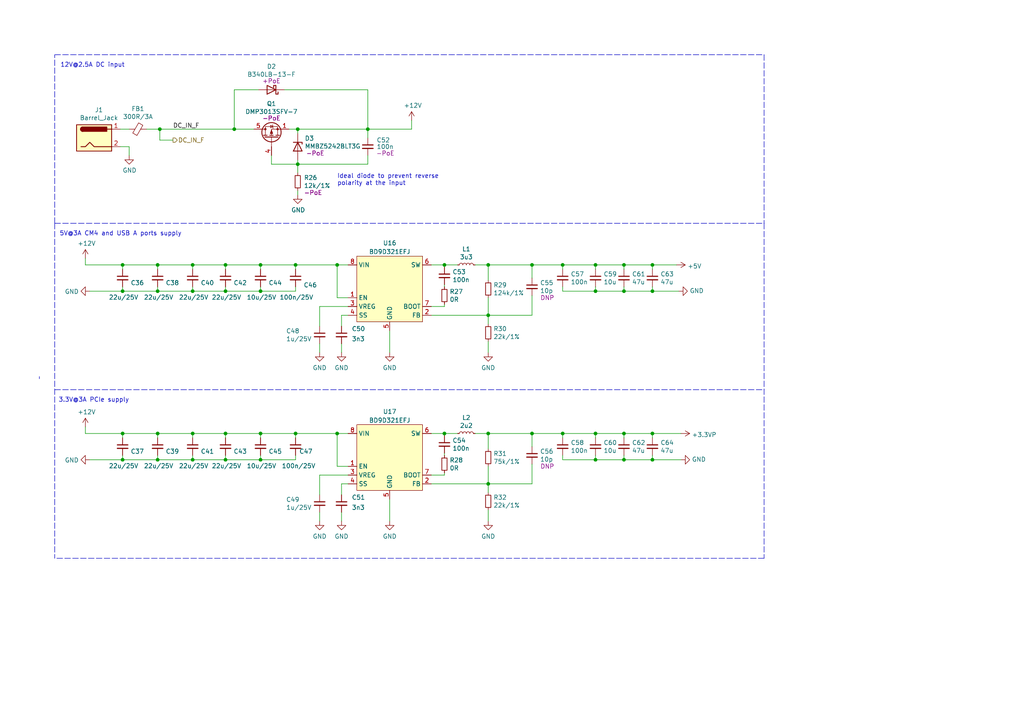
<source format=kicad_sch>
(kicad_sch (version 20210406) (generator eeschema)
  (paper "A4")
  (title_block (title "Power") (date "2021-01-12") (rev "0.1") (company "Nabu Casa") (comment 1 "www.nabucasa.com") (comment 2 "Light Blue"))
  (lib_symbols
    (symbol "Connector:Barrel_Jack" (pin_names (offset 1.016))
      (property "Reference" "J" (at 0 5.334 0))
      (property "Value" "Barrel_Jack" (at 0 -5.08 0))
      (symbol "Barrel_Jack_0_1"
        (arc (start -3.302 3.175) (end -3.302 1.905) (radius (at -3.302 2.54) (length 0.635) (angles 90.1 -90.1)) (stroke (width 0.254)))
        (arc (start -3.302 3.175) (end -3.302 1.905) (radius (at -3.302 2.54) (length 0.635) (angles 90.1 -90.1)) (stroke (width 0.254)) (fill (type outline)))
        (rectangle (start 3.683 3.175) (end -3.302 1.905) (stroke (width 0.254)) (fill (type outline)))
        (rectangle (start -5.08 3.81) (end 5.08 -3.81) (stroke (width 0.254)) (fill (type background)))
        (polyline (pts (xy 5.08 2.54) (xy 3.81 2.54)) (stroke (width 0.254)))
        (polyline (pts (xy -3.81 -2.54) (xy -2.54 -2.54) (xy -1.27 -1.27) (xy 0 -2.54) (xy 2.54 -2.54) (xy 5.08 -2.54)) (stroke (width 0.254)))
      )
      (symbol "Barrel_Jack_1_1"
        (pin passive line (at 7.62 2.54 180) (length 2.54) (name "~") (number "1"))
        (pin passive line (at 7.62 -2.54 180) (length 2.54) (name "~") (number "2"))
      )
    )
    (symbol "Device:C_Small" (pin_numbers hide) (pin_names (offset 0.254) hide)
      (property "Reference" "C" (at 0.254 1.778 0))
      (property "Value" "C_Small" (at 0.254 -2.032 0))
      (symbol "C_Small_0_1"
        (polyline (pts (xy -1.524 -0.508) (xy 1.524 -0.508)) (stroke (width 0.3302)))
        (polyline (pts (xy -1.524 0.508) (xy 1.524 0.508)) (stroke (width 0.3048)))
      )
      (symbol "C_Small_1_1"
        (pin passive line (at 0 2.54 270) (length 2.032) (name "~") (number "1"))
        (pin passive line (at 0 -2.54 90) (length 2.032) (name "~") (number "2"))
      )
    )
    (symbol "Device:D_Schottky" (pin_numbers hide) (pin_names (offset 1.016) hide)
      (property "Reference" "D" (at 0 2.54 0))
      (property "Value" "D_Schottky" (at 0 -2.54 0))
      (symbol "D_Schottky_0_1"
        (polyline (pts (xy 1.27 0) (xy -1.27 0)))
        (polyline (pts (xy 1.27 1.27) (xy 1.27 -1.27) (xy -1.27 0) (xy 1.27 1.27)) (stroke (width 0.254)))
        (polyline (pts (xy -1.905 0.635) (xy -1.905 1.27) (xy -1.27 1.27) (xy -1.27 -1.27) (xy -0.635 -1.27) (xy -0.635 -0.635)) (stroke (width 0.254)))
      )
      (symbol "D_Schottky_1_1"
        (pin passive line (at -3.81 0 0) (length 2.54) (name "K") (number "1"))
        (pin passive line (at 3.81 0 180) (length 2.54) (name "A") (number "2"))
      )
    )
    (symbol "Device:Ferrite_Bead_Small" (pin_numbers hide) (pin_names (offset 0))
      (property "Reference" "FB" (at 1.905 1.27 0))
      (property "Value" "Ferrite_Bead_Small" (at 1.905 -1.27 0))
      (symbol "Ferrite_Bead_Small_0_1"
        (polyline (pts (xy 0 -1.27) (xy 0 -0.7874)))
        (polyline (pts (xy 0 0.889) (xy 0 1.2954)))
        (polyline (pts (xy -1.8288 0.2794) (xy -1.1176 1.4986) (xy 1.8288 -0.2032) (xy 1.1176 -1.4224) (xy -1.8288 0.2794)))
      )
      (symbol "Ferrite_Bead_Small_1_1"
        (pin passive line (at 0 2.54 270) (length 1.27) (name "~") (number "1"))
        (pin passive line (at 0 -2.54 90) (length 1.27) (name "~") (number "2"))
      )
    )
    (symbol "Device:L_Small" (pin_numbers hide) (pin_names (offset 0.254) hide)
      (property "Reference" "L" (at 0.762 1.016 0))
      (property "Value" "L_Small" (at 0.762 -1.016 0))
      (symbol "L_Small_0_1"
        (arc (start 0 -2.032) (end 0 -1.016) (radius (at 0 -1.524) (length 0.508) (angles -89.9 89.9)))
        (arc (start 0 -1.016) (end 0 0) (radius (at 0 -0.508) (length 0.508) (angles -89.9 89.9)))
        (arc (start 0 0) (end 0 1.016) (radius (at 0 0.508) (length 0.508) (angles -89.9 89.9)))
        (arc (start 0 1.016) (end 0 2.032) (radius (at 0 1.524) (length 0.508) (angles -89.9 89.9)))
      )
      (symbol "L_Small_1_1"
        (pin passive line (at 0 2.54 270) (length 0.508) (name "~") (number "1"))
        (pin passive line (at 0 -2.54 90) (length 0.508) (name "~") (number "2"))
      )
    )
    (symbol "Device:R_Small" (pin_numbers hide) (pin_names (offset 0.254) hide)
      (property "Reference" "R" (at 0.762 0.508 0))
      (property "Value" "R_Small" (at 0.762 -1.016 0))
      (symbol "R_Small_0_1"
        (rectangle (start -0.762 1.778) (end 0.762 -1.778) (stroke (width 0.2032)))
      )
      (symbol "R_Small_1_1"
        (pin passive line (at 0 2.54 270) (length 0.762) (name "~") (number "1"))
        (pin passive line (at 0 -2.54 90) (length 0.762) (name "~") (number "2"))
      )
    )
    (symbol "Diode:BZX84Cxx" (pin_numbers hide) (pin_names hide)
      (property "Reference" "D" (at 0 2.54 0))
      (property "Value" "BZX84Cxx" (at 0 -2.54 0))
      (symbol "BZX84Cxx_0_1"
        (polyline (pts (xy 1.27 0) (xy -1.27 0)))
        (polyline (pts (xy -1.27 -1.27) (xy -1.27 1.27) (xy -0.762 1.27)) (stroke (width 0.254)))
        (polyline (pts (xy 1.27 -1.27) (xy 1.27 1.27) (xy -1.27 0) (xy 1.27 -1.27)) (stroke (width 0.254)))
      )
      (symbol "BZX84Cxx_1_1"
        (pin passive line (at -3.81 0 0) (length 2.54) (name "K") (number "1"))
        (pin passive line (at 3.81 0 180) (length 2.54) (name "A") (number "2"))
      )
    )
    (symbol "LightBlue:BD9D321EFJ"
      (property "Reference" "U" (at 0 13.335 0))
      (property "Value" "BD9D321EFJ" (at 0 10.795 0))
      (symbol "BD9D321EFJ_0_1"
        (rectangle (start -9.525 9.525) (end 9.525 -9.525) (stroke (width 0.1524)) (fill (type background)))
      )
      (symbol "BD9D321EFJ_1_1"
        (pin input line (at -12.065 -2.54 0) (length 2.54) (name "EN") (number "1"))
        (pin passive line (at 12.065 -7.62 180) (length 2.54) (name "FB") (number "2"))
        (pin power_out line (at -12.065 -5.08 0) (length 2.54) (name "VREG") (number "3"))
        (pin input line (at -12.065 -7.62 0) (length 2.54) (name "SS") (number "4"))
        (pin power_in line (at 0 -12.065 90) (length 2.54) (name "GND") (number "5"))
        (pin power_out line (at 12.065 6.985 180) (length 2.54) (name "SW") (number "6"))
        (pin input line (at 12.065 -5.08 180) (length 2.54) (name "BOOT") (number "7"))
        (pin power_in line (at -12.065 6.985 0) (length 2.54) (name "VIN") (number "8"))
        (pin passive line (at 0 -12.065 90) (length 2.54) hide (name "GND") (number "9"))
      )
    )
    (symbol "LightBlue:BD9D321EFJ_1"
      (property "Reference" "U" (at 0 13.335 0))
      (property "Value" "BD9D321EFJ" (at 0 10.795 0))
      (symbol "BD9D321EFJ_1_0_1"
        (rectangle (start -9.525 9.525) (end 9.525 -9.525) (stroke (width 0.1524)) (fill (type background)))
      )
      (symbol "BD9D321EFJ_1_1_1"
        (pin input line (at -12.065 -2.54 0) (length 2.54) (name "EN") (number "1"))
        (pin passive line (at 12.065 -7.62 180) (length 2.54) (name "FB") (number "2"))
        (pin power_out line (at -12.065 -5.08 0) (length 2.54) (name "VREG") (number "3"))
        (pin input line (at -12.065 -7.62 0) (length 2.54) (name "SS") (number "4"))
        (pin power_in line (at 0 -12.065 90) (length 2.54) (name "GND") (number "5"))
        (pin power_out line (at 12.065 6.985 180) (length 2.54) (name "SW") (number "6"))
        (pin input line (at 12.065 -5.08 180) (length 2.54) (name "BOOT") (number "7"))
        (pin power_in line (at -12.065 6.985 0) (length 2.54) (name "VIN") (number "8"))
        (pin passive line (at 0 -12.065 90) (length 2.54) hide (name "GND") (number "9"))
      )
    )
    (symbol "Transistor_FET:DMP3013SFV" (pin_names hide)
      (property "Reference" "Q" (at 5.08 1.905 0))
      (property "Value" "DMP3013SFV" (at 5.08 0 0))
      (symbol "DMP3013SFV_0_1"
        (circle (center 1.651 0) (radius 2.794) (stroke (width 0.254)))
        (circle (center 2.54 -1.778) (radius 0.254) (fill (type outline)))
        (circle (center 2.54 1.778) (radius 0.254) (fill (type outline)))
        (polyline (pts (xy 0.254 0) (xy -2.54 0)))
        (polyline (pts (xy 0.254 1.905) (xy 0.254 -1.905)) (stroke (width 0.254)))
        (polyline (pts (xy 0.762 -1.27) (xy 0.762 -2.286)) (stroke (width 0.254)))
        (polyline (pts (xy 0.762 0.508) (xy 0.762 -0.508)) (stroke (width 0.254)))
        (polyline (pts (xy 0.762 2.286) (xy 0.762 1.27)) (stroke (width 0.254)))
        (polyline (pts (xy 2.54 2.54) (xy 2.54 1.778)))
        (polyline (pts (xy 2.54 -2.54) (xy 2.54 0) (xy 0.762 0)))
        (polyline (pts (xy 0.762 1.778) (xy 3.302 1.778) (xy 3.302 -1.778) (xy 0.762 -1.778)))
        (polyline (pts (xy 2.794 -0.508) (xy 2.921 -0.381) (xy 3.683 -0.381) (xy 3.81 -0.254)))
        (polyline (pts (xy 3.302 -0.381) (xy 2.921 0.254) (xy 3.683 0.254) (xy 3.302 -0.381)))
        (polyline (pts (xy 2.286 0) (xy 1.27 0.381) (xy 1.27 -0.381) (xy 2.286 0)) (fill (type outline)))
      )
      (symbol "DMP3013SFV_1_1"
        (pin passive line (at 2.54 -5.08 90) (length 2.54) (name "S") (number "1"))
        (pin passive line (at 2.54 -5.08 90) (length 2.54) hide (name "S") (number "2"))
        (pin passive line (at 2.54 -5.08 90) (length 2.54) hide (name "S") (number "3"))
        (pin passive line (at -5.08 0 0) (length 2.54) (name "G") (number "4"))
        (pin passive line (at 2.54 5.08 270) (length 2.54) (name "D") (number "5"))
      )
    )
    (symbol "power:+12V" (power) (pin_names (offset 0))
      (property "Value" "+12V" (at 0 3.556 0))
      (symbol "+12V_0_1"
        (polyline (pts (xy -0.762 1.27) (xy 0 2.54)))
        (polyline (pts (xy 0 0) (xy 0 2.54)))
        (polyline (pts (xy 0 2.54) (xy 0.762 1.27)))
      )
      (symbol "+12V_1_1"
        (pin power_in line (at 0 0 90) (length 0) hide (name "+12V") (number "1"))
      )
    )
    (symbol "power:+3.3VP" (power) (pin_names (offset 0))
      (property "Value" "+3.3VP" (at 0 2.54 0))
      (symbol "+3.3VP_0_0"
        (pin power_in line (at 0 0 90) (length 0) hide (name "+3.3VP") (number "1"))
      )
      (symbol "+3.3VP_0_1"
        (polyline (pts (xy -0.762 1.27) (xy 0 2.54)))
        (polyline (pts (xy 0 0) (xy 0 2.54)))
        (polyline (pts (xy 0 2.54) (xy 0.762 1.27)))
      )
    )
    (symbol "power:+5V" (power) (pin_names (offset 0))
      (property "Value" "+5V" (at 0 3.556 0))
      (symbol "+5V_0_1"
        (polyline (pts (xy -0.762 1.27) (xy 0 2.54)))
        (polyline (pts (xy 0 0) (xy 0 2.54)))
        (polyline (pts (xy 0 2.54) (xy 0.762 1.27)))
      )
      (symbol "+5V_1_1"
        (pin power_in line (at 0 0 90) (length 0) hide (name "+5V") (number "1"))
      )
    )
    (symbol "power:GND" (power) (pin_names (offset 0))
      (property "Value" "GND" (at 0 -3.81 0))
      (symbol "GND_0_1"
        (polyline (pts (xy 0 0) (xy 0 -1.27) (xy 1.27 -1.27) (xy 0 -2.54) (xy -1.27 -1.27) (xy 0 -1.27)))
      )
      (symbol "GND_1_1"
        (pin power_in line (at 0 0 270) (length 0) hide (name "GND") (number "1"))
      )
    )
  )
  (junction (at 35.56 76.835) (diameter 0.9144))
  (junction (at 35.56 84.455) (diameter 0.9144))
  (junction (at 35.56 125.73) (diameter 0.9144))
  (junction (at 35.56 133.35) (diameter 0.9144))
  (junction (at 45.72 76.835) (diameter 0.9144))
  (junction (at 45.72 84.455) (diameter 0.9144))
  (junction (at 45.72 125.73) (diameter 0.9144))
  (junction (at 45.72 133.35) (diameter 0.9144))
  (junction (at 46.355 37.465) (diameter 0.9144))
  (junction (at 55.88 76.835) (diameter 0.9144))
  (junction (at 55.88 84.455) (diameter 0.9144))
  (junction (at 55.88 125.73) (diameter 0.9144))
  (junction (at 55.88 133.35) (diameter 0.9144))
  (junction (at 65.405 76.835) (diameter 0.9144))
  (junction (at 65.405 84.455) (diameter 0.9144))
  (junction (at 65.405 125.73) (diameter 0.9144))
  (junction (at 65.405 133.35) (diameter 0.9144))
  (junction (at 67.945 37.465) (diameter 0.9144))
  (junction (at 75.565 76.835) (diameter 0.9144))
  (junction (at 75.565 84.455) (diameter 0.9144))
  (junction (at 75.565 125.73) (diameter 0.9144))
  (junction (at 75.565 133.35) (diameter 0.9144))
  (junction (at 85.725 76.835) (diameter 0.9144))
  (junction (at 85.725 125.73) (diameter 0.9144))
  (junction (at 86.36 37.465) (diameter 0.9144))
  (junction (at 86.36 47.625) (diameter 0.9144))
  (junction (at 97.79 76.835) (diameter 0.9144))
  (junction (at 97.79 125.73) (diameter 0.9144))
  (junction (at 106.68 37.465) (diameter 0.9144))
  (junction (at 128.905 76.835) (diameter 0.9144))
  (junction (at 128.905 125.73) (diameter 0.9144))
  (junction (at 141.605 76.835) (diameter 0.9144))
  (junction (at 141.605 91.44) (diameter 0.9144))
  (junction (at 141.605 125.73) (diameter 0.9144))
  (junction (at 141.605 140.335) (diameter 0.9144))
  (junction (at 154.305 76.835) (diameter 0.9144))
  (junction (at 154.305 125.73) (diameter 0.9144))
  (junction (at 163.195 76.835) (diameter 0.9144))
  (junction (at 163.195 125.73) (diameter 0.9144))
  (junction (at 172.72 76.835) (diameter 0.9144))
  (junction (at 172.72 84.455) (diameter 0.9144))
  (junction (at 172.72 125.73) (diameter 0.9144))
  (junction (at 172.72 133.35) (diameter 0.9144))
  (junction (at 180.975 76.835) (diameter 0.9144))
  (junction (at 180.975 84.455) (diameter 0.9144))
  (junction (at 180.975 125.73) (diameter 0.9144))
  (junction (at 180.975 133.35) (diameter 0.9144))
  (junction (at 189.23 76.835) (diameter 0.9144))
  (junction (at 189.23 84.455) (diameter 0.9144))
  (junction (at 189.23 125.73) (diameter 0.9144))
  (junction (at 189.23 133.35) (diameter 0.9144))
  (wire (pts (xy 24.765 74.93) (xy 24.765 76.835)))
  (wire (pts (xy 24.765 76.835) (xy 35.56 76.835)))
  (wire (pts (xy 24.765 123.825) (xy 24.765 125.73)))
  (wire (pts (xy 24.765 125.73) (xy 35.56 125.73)))
  (wire (pts (xy 26.035 84.455) (xy 35.56 84.455)))
  (wire (pts (xy 26.035 133.35) (xy 35.56 133.35)))
  (wire (pts (xy 34.925 37.465) (xy 37.465 37.465)))
  (wire (pts (xy 34.925 42.545) (xy 37.465 42.545)))
  (wire (pts (xy 35.56 76.835) (xy 35.56 78.105)))
  (wire (pts (xy 35.56 76.835) (xy 45.72 76.835)))
  (wire (pts (xy 35.56 83.185) (xy 35.56 84.455)))
  (wire (pts (xy 35.56 84.455) (xy 45.72 84.455)))
  (wire (pts (xy 35.56 125.73) (xy 35.56 127)))
  (wire (pts (xy 35.56 125.73) (xy 45.72 125.73)))
  (wire (pts (xy 35.56 132.08) (xy 35.56 133.35)))
  (wire (pts (xy 35.56 133.35) (xy 45.72 133.35)))
  (wire (pts (xy 37.465 42.545) (xy 37.465 45.085)))
  (wire (pts (xy 42.545 37.465) (xy 46.355 37.465)))
  (wire (pts (xy 45.72 76.835) (xy 45.72 78.105)))
  (wire (pts (xy 45.72 76.835) (xy 55.88 76.835)))
  (wire (pts (xy 45.72 83.185) (xy 45.72 84.455)))
  (wire (pts (xy 45.72 84.455) (xy 55.88 84.455)))
  (wire (pts (xy 45.72 125.73) (xy 45.72 127)))
  (wire (pts (xy 45.72 125.73) (xy 55.88 125.73)))
  (wire (pts (xy 45.72 132.08) (xy 45.72 133.35)))
  (wire (pts (xy 45.72 133.35) (xy 55.88 133.35)))
  (wire (pts (xy 46.355 37.465) (xy 67.945 37.465)))
  (wire (pts (xy 46.355 40.64) (xy 46.355 37.465)))
  (wire (pts (xy 50.165 40.64) (xy 46.355 40.64)))
  (wire (pts (xy 55.88 76.835) (xy 55.88 78.105)))
  (wire (pts (xy 55.88 76.835) (xy 65.405 76.835)))
  (wire (pts (xy 55.88 83.185) (xy 55.88 84.455)))
  (wire (pts (xy 55.88 84.455) (xy 65.405 84.455)))
  (wire (pts (xy 55.88 125.73) (xy 55.88 127)))
  (wire (pts (xy 55.88 125.73) (xy 65.405 125.73)))
  (wire (pts (xy 55.88 132.08) (xy 55.88 133.35)))
  (wire (pts (xy 55.88 133.35) (xy 65.405 133.35)))
  (wire (pts (xy 65.405 76.835) (xy 65.405 78.105)))
  (wire (pts (xy 65.405 76.835) (xy 75.565 76.835)))
  (wire (pts (xy 65.405 84.455) (xy 65.405 83.185)))
  (wire (pts (xy 65.405 84.455) (xy 75.565 84.455)))
  (wire (pts (xy 65.405 125.73) (xy 65.405 127)))
  (wire (pts (xy 65.405 125.73) (xy 75.565 125.73)))
  (wire (pts (xy 65.405 132.08) (xy 65.405 133.35)))
  (wire (pts (xy 65.405 133.35) (xy 75.565 133.35)))
  (wire (pts (xy 67.945 26.035) (xy 74.93 26.035)))
  (wire (pts (xy 67.945 37.465) (xy 67.945 26.035)))
  (wire (pts (xy 67.945 37.465) (xy 73.66 37.465)))
  (wire (pts (xy 75.565 76.835) (xy 75.565 78.105)))
  (wire (pts (xy 75.565 76.835) (xy 85.725 76.835)))
  (wire (pts (xy 75.565 83.185) (xy 75.565 84.455)))
  (wire (pts (xy 75.565 84.455) (xy 85.725 84.455)))
  (wire (pts (xy 75.565 125.73) (xy 75.565 127)))
  (wire (pts (xy 75.565 125.73) (xy 85.725 125.73)))
  (wire (pts (xy 75.565 132.08) (xy 75.565 133.35)))
  (wire (pts (xy 75.565 133.35) (xy 85.725 133.35)))
  (wire (pts (xy 78.74 45.085) (xy 78.74 47.625)))
  (wire (pts (xy 78.74 47.625) (xy 86.36 47.625)))
  (wire (pts (xy 82.55 26.035) (xy 106.68 26.035)))
  (wire (pts (xy 83.82 37.465) (xy 86.36 37.465)))
  (wire (pts (xy 85.725 76.835) (xy 85.725 78.105)))
  (wire (pts (xy 85.725 76.835) (xy 97.79 76.835)))
  (wire (pts (xy 85.725 84.455) (xy 85.725 83.185)))
  (wire (pts (xy 85.725 125.73) (xy 85.725 127)))
  (wire (pts (xy 85.725 125.73) (xy 97.79 125.73)))
  (wire (pts (xy 85.725 132.08) (xy 85.725 133.35)))
  (wire (pts (xy 86.36 37.465) (xy 86.36 38.735)))
  (wire (pts (xy 86.36 37.465) (xy 106.68 37.465)))
  (wire (pts (xy 86.36 46.355) (xy 86.36 47.625)))
  (wire (pts (xy 86.36 47.625) (xy 86.36 50.165)))
  (wire (pts (xy 86.36 47.625) (xy 106.68 47.625)))
  (wire (pts (xy 86.36 55.245) (xy 86.36 56.515)))
  (wire (pts (xy 92.71 88.9) (xy 92.71 94.615)))
  (wire (pts (xy 92.71 99.695) (xy 92.71 102.235)))
  (wire (pts (xy 92.71 137.795) (xy 92.71 143.51)))
  (wire (pts (xy 92.71 148.59) (xy 92.71 151.13)))
  (wire (pts (xy 97.79 76.835) (xy 100.965 76.835)))
  (wire (pts (xy 97.79 86.36) (xy 97.79 76.835)))
  (wire (pts (xy 97.79 125.73) (xy 97.79 135.255)))
  (wire (pts (xy 97.79 125.73) (xy 100.965 125.73)))
  (wire (pts (xy 97.79 135.255) (xy 100.965 135.255)))
  (wire (pts (xy 99.06 91.44) (xy 99.06 94.615)))
  (wire (pts (xy 99.06 91.44) (xy 100.965 91.44)))
  (wire (pts (xy 99.06 99.695) (xy 99.06 102.235)))
  (wire (pts (xy 99.06 140.335) (xy 99.06 143.51)))
  (wire (pts (xy 99.06 140.335) (xy 100.965 140.335)))
  (wire (pts (xy 99.06 148.59) (xy 99.06 151.13)))
  (wire (pts (xy 100.965 86.36) (xy 97.79 86.36)))
  (wire (pts (xy 100.965 88.9) (xy 92.71 88.9)))
  (wire (pts (xy 100.965 137.795) (xy 92.71 137.795)))
  (wire (pts (xy 106.68 26.035) (xy 106.68 37.465)))
  (wire (pts (xy 106.68 37.465) (xy 106.68 40.005)))
  (wire (pts (xy 106.68 45.085) (xy 106.68 47.625)))
  (wire (pts (xy 113.03 95.885) (xy 113.03 102.235)))
  (wire (pts (xy 113.03 144.78) (xy 113.03 151.13)))
  (wire (pts (xy 119.38 34.925) (xy 119.38 37.465)))
  (wire (pts (xy 119.38 37.465) (xy 106.68 37.465)))
  (wire (pts (xy 125.095 76.835) (xy 128.905 76.835)))
  (wire (pts (xy 125.095 88.9) (xy 128.905 88.9)))
  (wire (pts (xy 125.095 91.44) (xy 141.605 91.44)))
  (wire (pts (xy 125.095 125.73) (xy 128.905 125.73)))
  (wire (pts (xy 125.095 137.795) (xy 128.905 137.795)))
  (wire (pts (xy 125.095 140.335) (xy 141.605 140.335)))
  (wire (pts (xy 128.905 76.835) (xy 128.905 77.47)))
  (wire (pts (xy 128.905 76.835) (xy 132.715 76.835)))
  (wire (pts (xy 128.905 82.55) (xy 128.905 83.185)))
  (wire (pts (xy 128.905 88.265) (xy 128.905 88.9)))
  (wire (pts (xy 128.905 125.73) (xy 128.905 126.365)))
  (wire (pts (xy 128.905 125.73) (xy 132.715 125.73)))
  (wire (pts (xy 128.905 131.445) (xy 128.905 132.08)))
  (wire (pts (xy 128.905 137.16) (xy 128.905 137.795)))
  (wire (pts (xy 137.795 76.835) (xy 141.605 76.835)))
  (wire (pts (xy 137.795 125.73) (xy 141.605 125.73)))
  (wire (pts (xy 141.605 76.835) (xy 141.605 81.28)))
  (wire (pts (xy 141.605 76.835) (xy 154.305 76.835)))
  (wire (pts (xy 141.605 86.36) (xy 141.605 91.44)))
  (wire (pts (xy 141.605 91.44) (xy 141.605 93.98)))
  (wire (pts (xy 141.605 91.44) (xy 154.305 91.44)))
  (wire (pts (xy 141.605 99.06) (xy 141.605 102.235)))
  (wire (pts (xy 141.605 125.73) (xy 141.605 130.175)))
  (wire (pts (xy 141.605 125.73) (xy 154.305 125.73)))
  (wire (pts (xy 141.605 135.255) (xy 141.605 140.335)))
  (wire (pts (xy 141.605 140.335) (xy 141.605 142.875)))
  (wire (pts (xy 141.605 140.335) (xy 154.305 140.335)))
  (wire (pts (xy 141.605 147.955) (xy 141.605 151.13)))
  (wire (pts (xy 154.305 76.835) (xy 154.305 80.645)))
  (wire (pts (xy 154.305 76.835) (xy 163.195 76.835)))
  (wire (pts (xy 154.305 85.725) (xy 154.305 91.44)))
  (wire (pts (xy 154.305 125.73) (xy 154.305 129.54)))
  (wire (pts (xy 154.305 125.73) (xy 163.195 125.73)))
  (wire (pts (xy 154.305 134.62) (xy 154.305 140.335)))
  (wire (pts (xy 163.195 76.835) (xy 163.195 78.105)))
  (wire (pts (xy 163.195 76.835) (xy 172.72 76.835)))
  (wire (pts (xy 163.195 83.185) (xy 163.195 84.455)))
  (wire (pts (xy 163.195 84.455) (xy 172.72 84.455)))
  (wire (pts (xy 163.195 125.73) (xy 163.195 127)))
  (wire (pts (xy 163.195 125.73) (xy 172.72 125.73)))
  (wire (pts (xy 163.195 132.08) (xy 163.195 133.35)))
  (wire (pts (xy 163.195 133.35) (xy 172.72 133.35)))
  (wire (pts (xy 172.72 76.835) (xy 172.72 78.105)))
  (wire (pts (xy 172.72 76.835) (xy 180.975 76.835)))
  (wire (pts (xy 172.72 83.185) (xy 172.72 84.455)))
  (wire (pts (xy 172.72 84.455) (xy 180.975 84.455)))
  (wire (pts (xy 172.72 125.73) (xy 172.72 127)))
  (wire (pts (xy 172.72 125.73) (xy 180.975 125.73)))
  (wire (pts (xy 172.72 132.08) (xy 172.72 133.35)))
  (wire (pts (xy 172.72 133.35) (xy 180.975 133.35)))
  (wire (pts (xy 180.975 76.835) (xy 180.975 78.105)))
  (wire (pts (xy 180.975 76.835) (xy 189.23 76.835)))
  (wire (pts (xy 180.975 83.185) (xy 180.975 84.455)))
  (wire (pts (xy 180.975 84.455) (xy 189.23 84.455)))
  (wire (pts (xy 180.975 125.73) (xy 180.975 127)))
  (wire (pts (xy 180.975 125.73) (xy 189.23 125.73)))
  (wire (pts (xy 180.975 132.08) (xy 180.975 133.35)))
  (wire (pts (xy 180.975 133.35) (xy 189.23 133.35)))
  (wire (pts (xy 189.23 76.835) (xy 189.23 78.105)))
  (wire (pts (xy 189.23 76.835) (xy 196.215 76.835)))
  (wire (pts (xy 189.23 83.185) (xy 189.23 84.455)))
  (wire (pts (xy 189.23 84.455) (xy 196.85 84.455)))
  (wire (pts (xy 189.23 125.73) (xy 189.23 127)))
  (wire (pts (xy 189.23 125.73) (xy 197.485 125.73)))
  (wire (pts (xy 189.23 132.08) (xy 189.23 133.35)))
  (wire (pts (xy 189.23 133.35) (xy 197.485 133.35)))
  (polyline (pts (xy 11.43 109.22) (xy 11.43 109.855)) (stroke (width 0) (type dash)))
  (polyline (pts (xy 15.875 15.875) (xy 221.615 15.875)) (stroke (width 0) (type dash)))
  (polyline (pts (xy 15.875 64.77) (xy 15.875 15.875)) (stroke (width 0) (type dash)))
  (polyline (pts (xy 15.875 64.77) (xy 15.875 161.925)) (stroke (width 0) (type dash)))
  (polyline (pts (xy 15.875 64.77) (xy 221.615 64.77)) (stroke (width 0) (type dash)))
  (polyline (pts (xy 15.875 113.03) (xy 221.615 113.03)) (stroke (width 0) (type dash)))
  (polyline (pts (xy 221.615 15.875) (xy 221.615 64.77)) (stroke (width 0) (type dash)))
  (polyline (pts (xy 221.615 64.77) (xy 221.615 161.925)) (stroke (width 0) (type dash)))
  (polyline (pts (xy 221.615 161.925) (xy 15.875 161.925)) (stroke (width 0) (type dash)))
  (text "12V@2.5A DC input" (at 36.195 19.685 180) (effects (font (size 1.27 1.27)) (justify right bottom)))
  (text "3.3V@3A PCIe supply" (at 37.465 116.84 180) (effects (font (size 1.27 1.27)) (justify right bottom)))
  (text "5V@3A CM4 and USB A ports supply" (at 52.705 68.58 180) (effects (font (size 1.27 1.27)) (justify right bottom)))
  (text "Ideal diode to prevent reverse\npolarity at the input" (at 97.79 53.975 0) (effects (font (size 1.27 1.27)) (justify left bottom)))
  (label "DC_IN_F" (at 50.165 37.465 0))
  (hierarchical_label "DC_IN_F" (shape output) (at 50.165 40.64 0))
  (symbol (lib_id "power:+12V") (at 24.765 74.93 0) (unit 1)
    (property "Reference" "#PWR095" (effects hide))
    (property "Value" "+12V" (at 25.1333 70.6056 0))
  )
  (symbol (lib_id "power:+12V") (at 24.765 123.825 0) (unit 1)
    (property "Reference" "#PWR096" (effects hide))
    (property "Value" "+12V" (at 25.1333 119.5006 0))
  )
  (symbol (lib_id "power:+12V") (at 119.38 34.925 0) (unit 1)
    (property "Reference" "#PWR0107" (effects hide))
    (property "Value" "+12V" (at 119.7483 30.6006 0))
  )
  (symbol (lib_id "power:+5V") (at 196.215 76.835 270) (unit 1)
    (property "Reference" "#PWR0110" (effects hide))
    (property "Value" "+5V" (at 199.3901 77.2033 90) (effects (justify left)))
  )
  (symbol (lib_id "power:+3.3VP") (at 197.485 125.73 270) (unit 1)
    (property "Reference" "#PWR0112" (effects hide))
    (property "Value" "+3.3VP" (at 200.6601 126.0983 90) (effects (justify left)))
  )
  (symbol (lib_id "Device:L_Small") (at 135.255 76.835 90) (unit 1)
    (property "Reference" "L1" (at 135.255 72.2438 90))
    (property "Value" "3u3" (at 135.255 74.543 90))
    (property "Footprint" "Inductor_SMD:L_Taiyo-Yuden_NR-80xx" (effects hide))
    (property "Manufacturer" "Taiyo Yuden" (effects hide))
    (property "PartNumber" "NRS8030T3R3MJGJ" (effects hide))
  )
  (symbol (lib_id "Device:L_Small") (at 135.255 125.73 90) (unit 1)
    (property "Reference" "L2" (at 135.255 121.1388 90))
    (property "Value" "2u2" (at 135.255 123.438 90))
    (property "Footprint" "Inductor_SMD:L_Taiyo-Yuden_NR-50xx" (effects hide))
    (property "Manufacturer" "Taiyo Yuden" (effects hide))
    (property "PartNumber" "‎NRS5040T2R2NMGJ‎" (effects hide))
  )
  (symbol (lib_id "power:GND") (at 26.035 84.455 270) (unit 1)
    (property "Reference" "#PWR097" (effects hide))
    (property "Value" "GND" (at 22.86 84.5693 90) (effects (justify right)))
  )
  (symbol (lib_id "power:GND") (at 26.035 133.35 270) (unit 1)
    (property "Reference" "#PWR098" (effects hide))
    (property "Value" "GND" (at 22.86 133.4643 90) (effects (justify right)))
  )
  (symbol (lib_id "power:GND") (at 37.465 45.085 0) (unit 1)
    (property "Reference" "#PWR099" (effects hide))
    (property "Value" "GND" (at 37.5793 49.4094 0))
  )
  (symbol (lib_id "power:GND") (at 86.36 56.515 0) (unit 1)
    (property "Reference" "#PWR0100" (effects hide))
    (property "Value" "GND" (at 86.487 60.9092 0))
  )
  (symbol (lib_id "power:GND") (at 92.71 102.235 0) (unit 1)
    (property "Reference" "#PWR0101" (effects hide))
    (property "Value" "GND" (at 92.71 106.68 0))
  )
  (symbol (lib_id "power:GND") (at 92.71 151.13 0) (unit 1)
    (property "Reference" "#PWR0102" (effects hide))
    (property "Value" "GND" (at 92.71 155.575 0))
  )
  (symbol (lib_id "power:GND") (at 99.06 102.235 0) (unit 1)
    (property "Reference" "#PWR0103" (effects hide))
    (property "Value" "GND" (at 99.06 106.68 0))
  )
  (symbol (lib_id "power:GND") (at 99.06 151.13 0) (unit 1)
    (property "Reference" "#PWR0104" (effects hide))
    (property "Value" "GND" (at 99.06 155.575 0))
  )
  (symbol (lib_id "power:GND") (at 113.03 102.235 0) (unit 1)
    (property "Reference" "#PWR0105" (effects hide))
    (property "Value" "GND" (at 113.03 106.68 0))
  )
  (symbol (lib_id "power:GND") (at 113.03 151.13 0) (unit 1)
    (property "Reference" "#PWR0106" (effects hide))
    (property "Value" "GND" (at 113.03 155.575 0))
  )
  (symbol (lib_id "power:GND") (at 141.605 102.235 0) (unit 1)
    (property "Reference" "#PWR0108" (effects hide))
    (property "Value" "GND" (at 141.605 106.68 0))
  )
  (symbol (lib_id "power:GND") (at 141.605 151.13 0) (unit 1)
    (property "Reference" "#PWR0109" (effects hide))
    (property "Value" "GND" (at 141.605 155.575 0))
  )
  (symbol (lib_id "power:GND") (at 196.85 84.455 90) (unit 1)
    (property "Reference" "#PWR0111" (effects hide))
    (property "Value" "GND" (at 200.0251 84.3407 90) (effects (justify right)))
  )
  (symbol (lib_id "power:GND") (at 197.485 133.35 90) (unit 1)
    (property "Reference" "#PWR0113" (effects hide))
    (property "Value" "GND" (at 200.6601 133.2357 90) (effects (justify right)))
  )
  (symbol (lib_id "Device:R_Small") (at 86.36 52.705 0) (unit 1)
    (property "Reference" "R26" (at 88.138 51.5366 0) (effects (justify left)))
    (property "Value" "12k/1%" (at 88.138 53.848 0) (effects (justify left)))
    (property "Footprint" "Resistor_SMD:R_0402_1005Metric" (effects hide))
    (property "Config" "-PoE" (at 90.805 55.88 0))
  )
  (symbol (lib_id "Device:R_Small") (at 128.905 85.725 180) (unit 1)
    (property "Reference" "R27" (at 130.4037 84.5756 0) (effects (justify right)))
    (property "Value" "0R" (at 130.404 86.874 0) (effects (justify right)))
    (property "Footprint" "Resistor_SMD:R_0402_1005Metric" (effects hide))
  )
  (symbol (lib_id "Device:R_Small") (at 128.905 134.62 180) (unit 1)
    (property "Reference" "R28" (at 130.4037 133.4706 0) (effects (justify right)))
    (property "Value" "0R" (at 130.404 135.769 0) (effects (justify right)))
    (property "Footprint" "Resistor_SMD:R_0402_1005Metric" (effects hide))
  )
  (symbol (lib_id "Device:R_Small") (at 141.605 83.82 180) (unit 1)
    (property "Reference" "R29" (at 143.1037 82.6706 0) (effects (justify right)))
    (property "Value" "124k/1%" (at 143.104 84.969 0) (effects (justify right)))
    (property "Footprint" "Resistor_SMD:R_0402_1005Metric" (effects hide))
  )
  (symbol (lib_id "Device:R_Small") (at 141.605 96.52 180) (unit 1)
    (property "Reference" "R30" (at 143.1037 95.3706 0) (effects (justify right)))
    (property "Value" "22k/1%" (at 143.104 97.669 0) (effects (justify right)))
    (property "Footprint" "Resistor_SMD:R_0402_1005Metric" (effects hide))
  )
  (symbol (lib_id "Device:R_Small") (at 141.605 132.715 180) (unit 1)
    (property "Reference" "R31" (at 143.1037 131.5656 0) (effects (justify right)))
    (property "Value" "75k/1%" (at 143.104 133.864 0) (effects (justify right)))
    (property "Footprint" "Resistor_SMD:R_0402_1005Metric" (effects hide))
  )
  (symbol (lib_id "Device:R_Small") (at 141.605 145.415 180) (unit 1)
    (property "Reference" "R32" (at 143.1037 144.2656 0) (effects (justify right)))
    (property "Value" "22k/1%" (at 143.104 146.564 0) (effects (justify right)))
    (property "Footprint" "Resistor_SMD:R_0402_1005Metric" (effects hide))
  )
  (symbol (lib_id "Device:C_Small") (at 35.56 80.645 0) (unit 1)
    (property "Reference" "C36" (at 37.8842 82.0356 0) (effects (justify left)))
    (property "Value" "22u/25V" (at 31.534 86.239 0) (effects (justify left)))
    (property "Footprint" "Capacitor_SMD:C_0805_2012Metric" (effects hide))
  )
  (symbol (lib_id "Device:C_Small") (at 35.56 129.54 0) (unit 1)
    (property "Reference" "C37" (at 37.8842 130.9306 0) (effects (justify left)))
    (property "Value" "22u/25V" (at 31.534 135.134 0) (effects (justify left)))
    (property "Footprint" "Capacitor_SMD:C_0805_2012Metric" (effects hide))
  )
  (symbol (lib_id "Device:C_Small") (at 45.72 80.645 0) (unit 1)
    (property "Reference" "C38" (at 48.0442 82.0356 0) (effects (justify left)))
    (property "Value" "22u/25V" (at 41.694 86.239 0) (effects (justify left)))
    (property "Footprint" "Capacitor_SMD:C_0805_2012Metric" (effects hide))
  )
  (symbol (lib_id "Device:C_Small") (at 45.72 129.54 0) (unit 1)
    (property "Reference" "C39" (at 48.0442 130.9306 0) (effects (justify left)))
    (property "Value" "22u/25V" (at 41.694 135.134 0) (effects (justify left)))
    (property "Footprint" "Capacitor_SMD:C_0805_2012Metric" (effects hide))
  )
  (symbol (lib_id "Device:C_Small") (at 55.88 80.645 0) (unit 1)
    (property "Reference" "C40" (at 58.2042 82.0356 0) (effects (justify left)))
    (property "Value" "22u/25V" (at 51.854 86.239 0) (effects (justify left)))
    (property "Footprint" "Capacitor_SMD:C_0805_2012Metric" (effects hide))
  )
  (symbol (lib_id "Device:C_Small") (at 55.88 129.54 0) (unit 1)
    (property "Reference" "C41" (at 58.2042 130.9306 0) (effects (justify left)))
    (property "Value" "22u/25V" (at 51.854 135.134 0) (effects (justify left)))
    (property "Footprint" "Capacitor_SMD:C_0805_2012Metric" (effects hide))
  )
  (symbol (lib_id "Device:C_Small") (at 65.405 80.645 0) (unit 1)
    (property "Reference" "C42" (at 67.7292 82.0356 0) (effects (justify left)))
    (property "Value" "22u/25V" (at 61.379 86.239 0) (effects (justify left)))
    (property "Footprint" "Capacitor_SMD:C_0805_2012Metric" (effects hide))
  )
  (symbol (lib_id "Device:C_Small") (at 65.405 129.54 0) (unit 1)
    (property "Reference" "C43" (at 67.7292 130.9306 0) (effects (justify left)))
    (property "Value" "22u/25V" (at 61.379 135.134 0) (effects (justify left)))
    (property "Footprint" "Capacitor_SMD:C_0805_2012Metric" (effects hide))
  )
  (symbol (lib_id "Device:C_Small") (at 75.565 80.645 0) (unit 1)
    (property "Reference" "C44" (at 77.8892 82.0356 0) (effects (justify left)))
    (property "Value" "10u/25V" (at 71.539 86.239 0) (effects (justify left)))
    (property "Footprint" "Capacitor_SMD:C_0805_2012Metric" (effects hide))
  )
  (symbol (lib_id "Device:C_Small") (at 75.565 129.54 0) (unit 1)
    (property "Reference" "C45" (at 77.8892 130.9306 0) (effects (justify left)))
    (property "Value" "10u/25V" (at 71.539 135.134 0) (effects (justify left)))
    (property "Footprint" "Capacitor_SMD:C_0805_2012Metric" (effects hide))
  )
  (symbol (lib_id "Device:C_Small") (at 85.725 80.645 0) (unit 1)
    (property "Reference" "C46" (at 88.0492 82.6706 0) (effects (justify left)))
    (property "Value" "100n/25V" (at 81.064 86.239 0) (effects (justify left)))
    (property "Footprint" "Capacitor_SMD:C_0402_1005Metric" (effects hide))
  )
  (symbol (lib_id "Device:C_Small") (at 85.725 129.54 0) (unit 1)
    (property "Reference" "C47" (at 86.7792 130.9306 0) (effects (justify left)))
    (property "Value" "100n/25V" (at 81.699 135.134 0) (effects (justify left)))
    (property "Footprint" "Capacitor_SMD:C_0402_1005Metric" (effects hide))
  )
  (symbol (lib_id "Device:C_Small") (at 92.71 97.155 0) (unit 1)
    (property "Reference" "C48" (at 82.9692 96.0056 0) (effects (justify left)))
    (property "Value" "1u/25V" (at 82.969 98.304 0) (effects (justify left)))
    (property "Footprint" "Capacitor_SMD:C_0402_1005Metric" (effects hide))
  )
  (symbol (lib_id "Device:C_Small") (at 92.71 146.05 0) (unit 1)
    (property "Reference" "C49" (at 82.9692 144.9006 0) (effects (justify left)))
    (property "Value" "1u/25V" (at 82.969 147.199 0) (effects (justify left)))
    (property "Footprint" "Capacitor_SMD:C_0402_1005Metric" (effects hide))
  )
  (symbol (lib_id "Device:C_Small") (at 99.06 97.155 0) (unit 1)
    (property "Reference" "C50" (at 102.0192 95.3706 0) (effects (justify left)))
    (property "Value" "3n3" (at 102.019 98.304 0) (effects (justify left)))
    (property "Footprint" "Capacitor_SMD:C_0402_1005Metric" (effects hide))
  )
  (symbol (lib_id "Device:C_Small") (at 99.06 146.05 0) (unit 1)
    (property "Reference" "C51" (at 102.0192 144.2656 0) (effects (justify left)))
    (property "Value" "3n3" (at 102.019 147.199 0) (effects (justify left)))
    (property "Footprint" "Capacitor_SMD:C_0402_1005Metric" (effects hide))
  )
  (symbol (lib_id "Device:C_Small") (at 106.68 42.545 0) (unit 1)
    (property "Reference" "C52" (at 109.22 40.64 0) (effects (justify left)))
    (property "Value" "100n" (at 109.22 42.545 0) (effects (justify left)))
    (property "Footprint" "Capacitor_SMD:C_0402_1005Metric" (effects hide))
    (property "Config" "-PoE" (at 111.76 44.45 0))
  )
  (symbol (lib_id "Device:C_Small") (at 128.905 80.01 0) (unit 1)
    (property "Reference" "C53" (at 131.2292 78.8606 0) (effects (justify left)))
    (property "Value" "100n" (at 131.229 81.159 0) (effects (justify left)))
    (property "Footprint" "Capacitor_SMD:C_0402_1005Metric" (effects hide))
  )
  (symbol (lib_id "Device:C_Small") (at 128.905 128.905 0) (unit 1)
    (property "Reference" "C54" (at 131.2292 127.7556 0) (effects (justify left)))
    (property "Value" "100n" (at 131.229 130.054 0) (effects (justify left)))
    (property "Footprint" "Capacitor_SMD:C_0402_1005Metric" (effects hide))
  )
  (symbol (lib_id "Device:C_Small") (at 154.305 83.185 0) (unit 1)
    (property "Reference" "C55" (at 156.6292 82.0356 0) (effects (justify left)))
    (property "Value" "10p" (at 156.629 84.334 0) (effects (justify left)))
    (property "Footprint" "Capacitor_SMD:C_0402_1005Metric" (effects hide))
    (property "Config" "DNP" (at 158.75 86.36 0))
  )
  (symbol (lib_id "Device:C_Small") (at 154.305 132.08 0) (unit 1)
    (property "Reference" "C56" (at 156.6292 130.9306 0) (effects (justify left)))
    (property "Value" "10p" (at 156.629 133.229 0) (effects (justify left)))
    (property "Footprint" "Capacitor_SMD:C_0402_1005Metric" (effects hide))
    (property "Config" "DNP" (at 158.75 135.255 0))
  )
  (symbol (lib_id "Device:C_Small") (at 163.195 80.645 0) (unit 1)
    (property "Reference" "C57" (at 165.5192 79.4956 0) (effects (justify left)))
    (property "Value" "100n" (at 165.519 81.794 0) (effects (justify left)))
    (property "Footprint" "Capacitor_SMD:C_0402_1005Metric" (effects hide))
  )
  (symbol (lib_id "Device:C_Small") (at 163.195 129.54 0) (unit 1)
    (property "Reference" "C58" (at 165.5192 128.3906 0) (effects (justify left)))
    (property "Value" "100n" (at 165.519 130.689 0) (effects (justify left)))
    (property "Footprint" "Capacitor_SMD:C_0402_1005Metric" (effects hide))
  )
  (symbol (lib_id "Device:C_Small") (at 172.72 80.645 0) (unit 1)
    (property "Reference" "C59" (at 175.0442 79.4956 0) (effects (justify left)))
    (property "Value" "10u" (at 175.044 81.794 0) (effects (justify left)))
    (property "Footprint" "Capacitor_SMD:C_0805_2012Metric" (effects hide))
  )
  (symbol (lib_id "Device:C_Small") (at 172.72 129.54 0) (unit 1)
    (property "Reference" "C60" (at 175.0442 128.3906 0) (effects (justify left)))
    (property "Value" "10u" (at 175.044 130.689 0) (effects (justify left)))
    (property "Footprint" "Capacitor_SMD:C_0805_2012Metric" (effects hide))
  )
  (symbol (lib_id "Device:C_Small") (at 180.975 80.645 0) (unit 1)
    (property "Reference" "C61" (at 183.2992 79.4956 0) (effects (justify left)))
    (property "Value" "47u" (at 183.299 81.794 0) (effects (justify left)))
    (property "Footprint" "Capacitor_SMD:C_0805_2012Metric" (effects hide))
  )
  (symbol (lib_id "Device:C_Small") (at 180.975 129.54 0) (unit 1)
    (property "Reference" "C62" (at 183.2992 128.3906 0) (effects (justify left)))
    (property "Value" "47u" (at 183.299 130.689 0) (effects (justify left)))
    (property "Footprint" "Capacitor_SMD:C_0805_2012Metric" (effects hide))
  )
  (symbol (lib_id "Device:C_Small") (at 189.23 80.645 0) (unit 1)
    (property "Reference" "C63" (at 191.5542 79.4956 0) (effects (justify left)))
    (property "Value" "47u" (at 191.554 81.794 0) (effects (justify left)))
    (property "Footprint" "Capacitor_SMD:C_0805_2012Metric" (effects hide))
  )
  (symbol (lib_id "Device:C_Small") (at 189.23 129.54 0) (unit 1)
    (property "Reference" "C64" (at 191.5542 128.3906 0) (effects (justify left)))
    (property "Value" "47u" (at 191.554 130.689 0) (effects (justify left)))
    (property "Footprint" "Capacitor_SMD:C_0805_2012Metric" (effects hide))
  )
  (symbol (lib_id "Device:Ferrite_Bead_Small") (at 40.005 37.465 90) (unit 1)
    (property "Reference" "FB1" (at 40.005 31.553 90))
    (property "Value" "300R/3A" (at 40.005 33.8517 90))
    (property "Footprint" "Resistor_SMD:R_0805_2012Metric" (effects hide))
    (property "Manufacturer" "Würth Elektronik" (effects hide))
    (property "PartNumber" "742792031" (effects hide))
  )
  (symbol (lib_id "Device:D_Schottky") (at 78.74 26.035 180) (unit 1)
    (property "Reference" "D2" (at 78.74 19.285 0))
    (property "Value" "B340LB-13-F" (at 78.74 21.5835 0))
    (property "Footprint" "Diode_SMD:D_SMB" (effects hide))
    (property "Datasheet" "https://www.diodes.com/assets/Datasheets/ds30240.pdf" (effects hide))
    (property "Manufacturer" "Diodes Incorporated" (effects hide))
    (property "PartNumber" "B340LB-13-F" (effects hide))
    (property "Config" "+PoE" (at 78.74 23.495 0))
  )
  (symbol (lib_id "Diode:BZX84Cxx") (at 86.36 42.545 270) (unit 1)
    (property "Reference" "D3" (at 88.392 40.132 90) (effects (justify left)))
    (property "Value" "MMBZ5242BLT3G" (at 88.392 42.418 90) (effects (justify left)))
    (property "Footprint" "Diode_SMD:D_SOT-23_ANK" (effects hide))
    (property "Datasheet" "https://diotec.com/tl_files/diotec/files/pdf/datasheets/bzx84c2v4.pdf" (effects hide))
    (property "Manufacturer" "ON Semiconductor" (effects hide))
    (property "PartNumber" "MMBZ5242BLT3G" (effects hide))
    (property "Config" "-PoE" (at 91.44 44.45 90))
  )
  (symbol (lib_id "Connector:Barrel_Jack") (at 27.305 40.005 0) (unit 1)
    (property "Reference" "J1" (at 28.702 31.8832 0))
    (property "Value" "Barrel_Jack" (at 28.702 34.1819 0))
    (property "Footprint" "LightBlue:BarrelJack_CUI_PJ-002A" (effects hide))
    (property "Manufacturer" "CUI Devices" (effects hide))
    (property "PartNumber" "PJ-002A" (effects hide))
  )
  (symbol (lib_id "Transistor_FET:DMP3013SFV") (at 78.74 40.005 90) (unit 1)
    (property "Reference" "Q1" (at 78.74 30.0736 90))
    (property "Value" "DMP3013SFV-7" (at 78.74 32.385 90))
    (property "Footprint" "Package_SON:Diodes_PowerDI3333-8" (effects hide))
    (property "Datasheet" "https://www.diodes.com/assets/Datasheets/DMP3013SFV.pdf" (effects hide))
    (property "Manufacturer" "Diodes Incorporated" (effects hide))
    (property "PartNumber" "DMP3013SFV-7" (effects hide))
    (property "Config" "-PoE" (at 78.74 34.29 90))
  )
  (symbol (lib_id "LightBlue:BD9D321EFJ") (at 113.03 83.82 0) (unit 1)
    (property "Reference" "U16" (at 113.03 70.485 0))
    (property "Value" "BD9D321EFJ" (at 113.03 73.025 0))
    (property "Footprint" "Package_SO:HTSOP-8-1EP_3.9x4.9mm_P1.27mm_EP2.4x3.2mm_ThermalVias" (effects hide))
    (property "Datasheet" "https://fscdn.rohm.com/en/products/databook/datasheet/ic/power/switching_regulator/bd9d321efj-e.pdf" (effects hide))
    (property "Manufacturer" "Rohm" (effects hide))
    (property "PartNumber" "BD9D321EFJ" (effects hide))
  )
  (symbol (lib_name "LightBlue:BD9D321EFJ_1") (lib_id "LightBlue:BD9D321EFJ") (at 113.03 132.715 0) (unit 1)
    (property "Reference" "U17" (at 113.03 119.38 0))
    (property "Value" "BD9D321EFJ" (at 113.03 121.92 0))
    (property "Footprint" "Package_SO:HTSOP-8-1EP_3.9x4.9mm_P1.27mm_EP2.4x3.2mm_ThermalVias" (effects hide))
    (property "Datasheet" "https://fscdn.rohm.com/en/products/databook/datasheet/ic/power/switching_regulator/bd9d321efj-e.pdf" (effects hide))
    (property "Manufacturer" "Rohm" (effects hide))
    (property "PartNumber" "BD9D321EFJ" (effects hide))
  )
)
</source>
